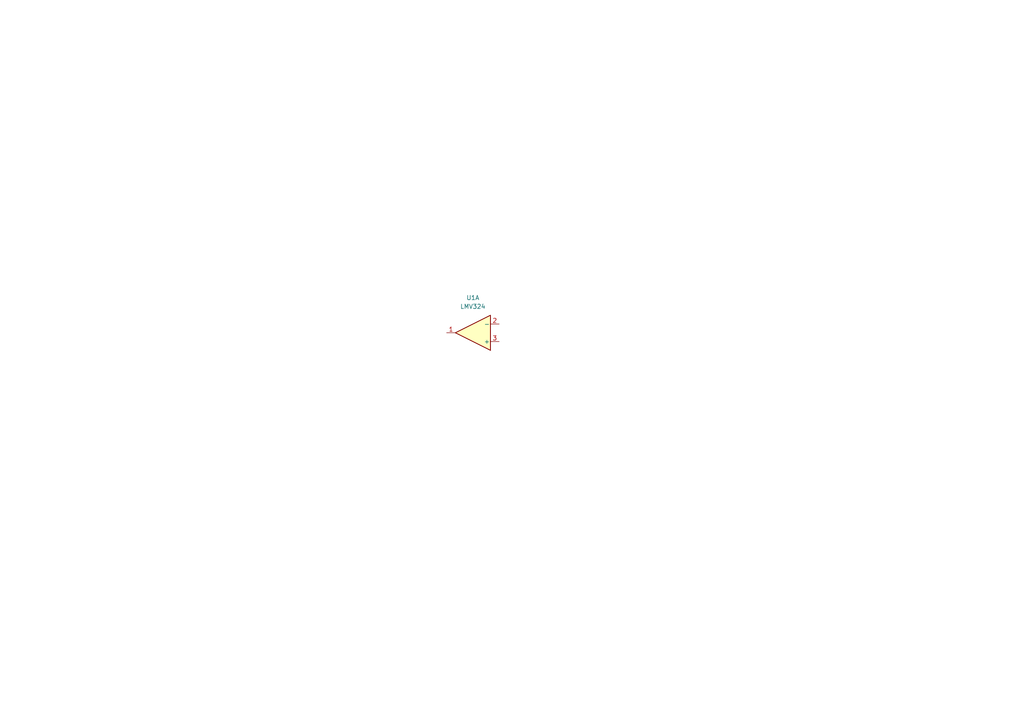
<source format=kicad_sch>
(kicad_sch (version 20230121) (generator eeschema)

  (uuid e6f21741-5a00-41e6-af7f-a7f0280b4528)

  (paper "A4")

  (lib_symbols
    (symbol "Amplifier_Operational:LMV324" (pin_names (offset 0.127)) (in_bom yes) (on_board yes)
      (property "Reference" "U" (at 0 5.08 0)
        (effects (font (size 1.27 1.27)) (justify left))
      )
      (property "Value" "LMV324" (at 0 -5.08 0)
        (effects (font (size 1.27 1.27)) (justify left))
      )
      (property "Footprint" "" (at -1.27 2.54 0)
        (effects (font (size 1.27 1.27)) hide)
      )
      (property "Datasheet" "http://www.ti.com/lit/ds/symlink/lmv324.pdf" (at 1.27 5.08 0)
        (effects (font (size 1.27 1.27)) hide)
      )
      (property "ki_locked" "" (at 0 0 0)
        (effects (font (size 1.27 1.27)))
      )
      (property "ki_keywords" "quad opamp" (at 0 0 0)
        (effects (font (size 1.27 1.27)) hide)
      )
      (property "ki_description" "Quad Low-Voltage Rail-to-Rail Output Operational Amplifier, SOIC-14/SSOP-14" (at 0 0 0)
        (effects (font (size 1.27 1.27)) hide)
      )
      (property "ki_fp_filters" "SOIC*3.9x8.7mm*P1.27mm* DIP*W7.62mm* TSSOP*4.4x5mm*P0.65mm* SSOP*5.3x6.2mm*P0.65mm* MSOP*3x3mm*P0.5mm*" (at 0 0 0)
        (effects (font (size 1.27 1.27)) hide)
      )
      (symbol "LMV324_1_1"
        (polyline
          (pts
            (xy -5.08 5.08)
            (xy 5.08 0)
            (xy -5.08 -5.08)
            (xy -5.08 5.08)
          )
          (stroke (width 0.254) (type default))
          (fill (type background))
        )
        (pin output line (at 7.62 0 180) (length 2.54)
          (name "~" (effects (font (size 1.27 1.27))))
          (number "1" (effects (font (size 1.27 1.27))))
        )
        (pin input line (at -7.62 -2.54 0) (length 2.54)
          (name "-" (effects (font (size 1.27 1.27))))
          (number "2" (effects (font (size 1.27 1.27))))
        )
        (pin input line (at -7.62 2.54 0) (length 2.54)
          (name "+" (effects (font (size 1.27 1.27))))
          (number "3" (effects (font (size 1.27 1.27))))
        )
      )
      (symbol "LMV324_2_1"
        (polyline
          (pts
            (xy -5.08 5.08)
            (xy 5.08 0)
            (xy -5.08 -5.08)
            (xy -5.08 5.08)
          )
          (stroke (width 0.254) (type default))
          (fill (type background))
        )
        (pin input line (at -7.62 2.54 0) (length 2.54)
          (name "+" (effects (font (size 1.27 1.27))))
          (number "5" (effects (font (size 1.27 1.27))))
        )
        (pin input line (at -7.62 -2.54 0) (length 2.54)
          (name "-" (effects (font (size 1.27 1.27))))
          (number "6" (effects (font (size 1.27 1.27))))
        )
        (pin output line (at 7.62 0 180) (length 2.54)
          (name "~" (effects (font (size 1.27 1.27))))
          (number "7" (effects (font (size 1.27 1.27))))
        )
      )
      (symbol "LMV324_3_1"
        (polyline
          (pts
            (xy -5.08 5.08)
            (xy 5.08 0)
            (xy -5.08 -5.08)
            (xy -5.08 5.08)
          )
          (stroke (width 0.254) (type default))
          (fill (type background))
        )
        (pin input line (at -7.62 2.54 0) (length 2.54)
          (name "+" (effects (font (size 1.27 1.27))))
          (number "10" (effects (font (size 1.27 1.27))))
        )
        (pin output line (at 7.62 0 180) (length 2.54)
          (name "~" (effects (font (size 1.27 1.27))))
          (number "8" (effects (font (size 1.27 1.27))))
        )
        (pin input line (at -7.62 -2.54 0) (length 2.54)
          (name "-" (effects (font (size 1.27 1.27))))
          (number "9" (effects (font (size 1.27 1.27))))
        )
      )
      (symbol "LMV324_4_1"
        (polyline
          (pts
            (xy -5.08 5.08)
            (xy 5.08 0)
            (xy -5.08 -5.08)
            (xy -5.08 5.08)
          )
          (stroke (width 0.254) (type default))
          (fill (type background))
        )
        (pin input line (at -7.62 2.54 0) (length 2.54)
          (name "+" (effects (font (size 1.27 1.27))))
          (number "12" (effects (font (size 1.27 1.27))))
        )
        (pin input line (at -7.62 -2.54 0) (length 2.54)
          (name "-" (effects (font (size 1.27 1.27))))
          (number "13" (effects (font (size 1.27 1.27))))
        )
        (pin output line (at 7.62 0 180) (length 2.54)
          (name "~" (effects (font (size 1.27 1.27))))
          (number "14" (effects (font (size 1.27 1.27))))
        )
      )
      (symbol "LMV324_5_1"
        (pin power_in line (at -2.54 -7.62 90) (length 3.81)
          (name "V-" (effects (font (size 1.27 1.27))))
          (number "11" (effects (font (size 1.27 1.27))))
        )
        (pin power_in line (at -2.54 7.62 270) (length 3.81)
          (name "V+" (effects (font (size 1.27 1.27))))
          (number "4" (effects (font (size 1.27 1.27))))
        )
      )
    )
  )


  (symbol (lib_id "Amplifier_Operational:LMV324") (at 137.16 96.52 180) (unit 1)
    (in_bom yes) (on_board yes) (dnp no) (fields_autoplaced)
    (uuid 14b2eaba-b43c-400b-bd42-179902e29a86)
    (property "Reference" "U1" (at 137.16 86.36 0)
      (effects (font (size 1.27 1.27)))
    )
    (property "Value" "LMV324" (at 137.16 88.9 0)
      (effects (font (size 1.27 1.27)))
    )
    (property "Footprint" "" (at 138.43 99.06 0)
      (effects (font (size 1.27 1.27)) hide)
    )
    (property "Datasheet" "http://www.ti.com/lit/ds/symlink/lmv324.pdf" (at 135.89 101.6 0)
      (effects (font (size 1.27 1.27)) hide)
    )
    (pin "1" (uuid 7200b7da-e611-4871-b3c4-68eb11dd724d))
    (pin "2" (uuid a05bdd91-8d21-47e1-8701-3ee0266f5625))
    (pin "3" (uuid ca7d5d75-854a-48a3-8be1-462cb28f88db))
    (pin "5" (uuid f91fdd05-05aa-4228-852c-5bbb31e8fa0f))
    (pin "6" (uuid 749aeff5-0826-46df-9328-591bd0139549))
    (pin "7" (uuid 6569badb-98df-4af5-9d04-8e877097b545))
    (pin "10" (uuid 4e4d6fb0-0516-47a6-8def-b07130d9f3d7))
    (pin "8" (uuid d19a7072-9473-40f5-95c8-320a54d8ad89))
    (pin "9" (uuid 30158c07-6e53-4e90-a4f9-967fed63d9a0))
    (pin "12" (uuid 41fcd48f-5a38-4e24-af16-a8ecb400d2f5))
    (pin "13" (uuid 403a5734-908b-4c17-89cd-70ceb5cbdf5b))
    (pin "14" (uuid ea5cc66e-1a5b-471b-b6eb-a0e84be8d7cd))
    (pin "11" (uuid f9ced252-d733-4c88-972e-20bc2184dab5))
    (pin "4" (uuid 6f8d0f02-48da-4b7c-9c5b-b952de8624c7))
    (instances
      (project "junk"
        (path "/e6f21741-5a00-41e6-af7f-a7f0280b4528"
          (reference "U1") (unit 1)
        )
      )
    )
  )

  (sheet_instances
    (path "/" (page "1"))
  )
)

</source>
